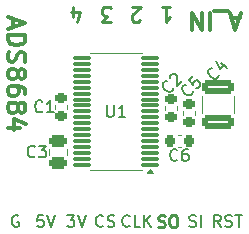
<source format=gto>
G04 #@! TF.GenerationSoftware,KiCad,Pcbnew,8.0.5*
G04 #@! TF.CreationDate,2024-12-14T16:31:39-08:00*
G04 #@! TF.ProjectId,ADS8684 Breakout Board,41445338-3638-4342-9042-7265616b6f75,rev?*
G04 #@! TF.SameCoordinates,Original*
G04 #@! TF.FileFunction,Legend,Top*
G04 #@! TF.FilePolarity,Positive*
%FSLAX46Y46*%
G04 Gerber Fmt 4.6, Leading zero omitted, Abs format (unit mm)*
G04 Created by KiCad (PCBNEW 8.0.5) date 2024-12-14 16:31:39*
%MOMM*%
%LPD*%
G01*
G04 APERTURE LIST*
G04 Aperture macros list*
%AMRoundRect*
0 Rectangle with rounded corners*
0 $1 Rounding radius*
0 $2 $3 $4 $5 $6 $7 $8 $9 X,Y pos of 4 corners*
0 Add a 4 corners polygon primitive as box body*
4,1,4,$2,$3,$4,$5,$6,$7,$8,$9,$2,$3,0*
0 Add four circle primitives for the rounded corners*
1,1,$1+$1,$2,$3*
1,1,$1+$1,$4,$5*
1,1,$1+$1,$6,$7*
1,1,$1+$1,$8,$9*
0 Add four rect primitives between the rounded corners*
20,1,$1+$1,$2,$3,$4,$5,0*
20,1,$1+$1,$4,$5,$6,$7,0*
20,1,$1+$1,$6,$7,$8,$9,0*
20,1,$1+$1,$8,$9,$2,$3,0*%
G04 Aperture macros list end*
%ADD10C,0.200000*%
%ADD11C,0.220000*%
%ADD12C,0.250000*%
%ADD13C,0.300000*%
%ADD14C,0.150000*%
%ADD15C,0.120000*%
%ADD16RoundRect,0.225000X-0.250000X0.225000X-0.250000X-0.225000X0.250000X-0.225000X0.250000X0.225000X0*%
%ADD17RoundRect,0.250000X-1.100000X0.325000X-1.100000X-0.325000X1.100000X-0.325000X1.100000X0.325000X0*%
%ADD18RoundRect,0.075000X0.662500X0.075000X-0.662500X0.075000X-0.662500X-0.075000X0.662500X-0.075000X0*%
%ADD19RoundRect,0.225000X-0.225000X-0.250000X0.225000X-0.250000X0.225000X0.250000X-0.225000X0.250000X0*%
%ADD20RoundRect,0.250000X0.475000X-0.250000X0.475000X0.250000X-0.475000X0.250000X-0.475000X-0.250000X0*%
%ADD21C,1.700000*%
%ADD22O,1.700000X1.700000*%
G04 APERTURE END LIST*
D10*
X44642380Y-44237219D02*
X44309047Y-43761028D01*
X44070952Y-44237219D02*
X44070952Y-43237219D01*
X44070952Y-43237219D02*
X44451904Y-43237219D01*
X44451904Y-43237219D02*
X44547142Y-43284838D01*
X44547142Y-43284838D02*
X44594761Y-43332457D01*
X44594761Y-43332457D02*
X44642380Y-43427695D01*
X44642380Y-43427695D02*
X44642380Y-43570552D01*
X44642380Y-43570552D02*
X44594761Y-43665790D01*
X44594761Y-43665790D02*
X44547142Y-43713409D01*
X44547142Y-43713409D02*
X44451904Y-43761028D01*
X44451904Y-43761028D02*
X44070952Y-43761028D01*
X45023333Y-44189600D02*
X45166190Y-44237219D01*
X45166190Y-44237219D02*
X45404285Y-44237219D01*
X45404285Y-44237219D02*
X45499523Y-44189600D01*
X45499523Y-44189600D02*
X45547142Y-44141980D01*
X45547142Y-44141980D02*
X45594761Y-44046742D01*
X45594761Y-44046742D02*
X45594761Y-43951504D01*
X45594761Y-43951504D02*
X45547142Y-43856266D01*
X45547142Y-43856266D02*
X45499523Y-43808647D01*
X45499523Y-43808647D02*
X45404285Y-43761028D01*
X45404285Y-43761028D02*
X45213809Y-43713409D01*
X45213809Y-43713409D02*
X45118571Y-43665790D01*
X45118571Y-43665790D02*
X45070952Y-43618171D01*
X45070952Y-43618171D02*
X45023333Y-43522933D01*
X45023333Y-43522933D02*
X45023333Y-43427695D01*
X45023333Y-43427695D02*
X45070952Y-43332457D01*
X45070952Y-43332457D02*
X45118571Y-43284838D01*
X45118571Y-43284838D02*
X45213809Y-43237219D01*
X45213809Y-43237219D02*
X45451904Y-43237219D01*
X45451904Y-43237219D02*
X45594761Y-43284838D01*
X45880476Y-43237219D02*
X46451904Y-43237219D01*
X46166190Y-44237219D02*
X46166190Y-43237219D01*
X27511904Y-43284838D02*
X27416666Y-43237219D01*
X27416666Y-43237219D02*
X27273809Y-43237219D01*
X27273809Y-43237219D02*
X27130952Y-43284838D01*
X27130952Y-43284838D02*
X27035714Y-43380076D01*
X27035714Y-43380076D02*
X26988095Y-43475314D01*
X26988095Y-43475314D02*
X26940476Y-43665790D01*
X26940476Y-43665790D02*
X26940476Y-43808647D01*
X26940476Y-43808647D02*
X26988095Y-43999123D01*
X26988095Y-43999123D02*
X27035714Y-44094361D01*
X27035714Y-44094361D02*
X27130952Y-44189600D01*
X27130952Y-44189600D02*
X27273809Y-44237219D01*
X27273809Y-44237219D02*
X27369047Y-44237219D01*
X27369047Y-44237219D02*
X27511904Y-44189600D01*
X27511904Y-44189600D02*
X27559523Y-44141980D01*
X27559523Y-44141980D02*
X27559523Y-43808647D01*
X27559523Y-43808647D02*
X27369047Y-43808647D01*
D11*
X39360949Y-44213460D02*
X39503806Y-44261079D01*
X39503806Y-44261079D02*
X39741901Y-44261079D01*
X39741901Y-44261079D02*
X39837139Y-44213460D01*
X39837139Y-44213460D02*
X39884758Y-44165840D01*
X39884758Y-44165840D02*
X39932377Y-44070602D01*
X39932377Y-44070602D02*
X39932377Y-43975364D01*
X39932377Y-43975364D02*
X39884758Y-43880126D01*
X39884758Y-43880126D02*
X39837139Y-43832507D01*
X39837139Y-43832507D02*
X39741901Y-43784888D01*
X39741901Y-43784888D02*
X39551425Y-43737269D01*
X39551425Y-43737269D02*
X39456187Y-43689650D01*
X39456187Y-43689650D02*
X39408568Y-43642031D01*
X39408568Y-43642031D02*
X39360949Y-43546793D01*
X39360949Y-43546793D02*
X39360949Y-43451555D01*
X39360949Y-43451555D02*
X39408568Y-43356317D01*
X39408568Y-43356317D02*
X39456187Y-43308698D01*
X39456187Y-43308698D02*
X39551425Y-43261079D01*
X39551425Y-43261079D02*
X39789520Y-43261079D01*
X39789520Y-43261079D02*
X39932377Y-43308698D01*
X40551425Y-43261079D02*
X40741901Y-43261079D01*
X40741901Y-43261079D02*
X40837139Y-43308698D01*
X40837139Y-43308698D02*
X40932377Y-43403936D01*
X40932377Y-43403936D02*
X40979996Y-43594412D01*
X40979996Y-43594412D02*
X40979996Y-43927745D01*
X40979996Y-43927745D02*
X40932377Y-44118221D01*
X40932377Y-44118221D02*
X40837139Y-44213460D01*
X40837139Y-44213460D02*
X40741901Y-44261079D01*
X40741901Y-44261079D02*
X40551425Y-44261079D01*
X40551425Y-44261079D02*
X40456187Y-44213460D01*
X40456187Y-44213460D02*
X40360949Y-44118221D01*
X40360949Y-44118221D02*
X40313330Y-43927745D01*
X40313330Y-43927745D02*
X40313330Y-43594412D01*
X40313330Y-43594412D02*
X40360949Y-43403936D01*
X40360949Y-43403936D02*
X40456187Y-43308698D01*
X40456187Y-43308698D02*
X40551425Y-43261079D01*
D10*
X29629523Y-43237219D02*
X29153333Y-43237219D01*
X29153333Y-43237219D02*
X29105714Y-43713409D01*
X29105714Y-43713409D02*
X29153333Y-43665790D01*
X29153333Y-43665790D02*
X29248571Y-43618171D01*
X29248571Y-43618171D02*
X29486666Y-43618171D01*
X29486666Y-43618171D02*
X29581904Y-43665790D01*
X29581904Y-43665790D02*
X29629523Y-43713409D01*
X29629523Y-43713409D02*
X29677142Y-43808647D01*
X29677142Y-43808647D02*
X29677142Y-44046742D01*
X29677142Y-44046742D02*
X29629523Y-44141980D01*
X29629523Y-44141980D02*
X29581904Y-44189600D01*
X29581904Y-44189600D02*
X29486666Y-44237219D01*
X29486666Y-44237219D02*
X29248571Y-44237219D01*
X29248571Y-44237219D02*
X29153333Y-44189600D01*
X29153333Y-44189600D02*
X29105714Y-44141980D01*
X29962857Y-43237219D02*
X30296190Y-44237219D01*
X30296190Y-44237219D02*
X30629523Y-43237219D01*
D12*
X32151904Y-26439309D02*
X32151904Y-25605976D01*
X32449523Y-26915500D02*
X32747142Y-26022642D01*
X32747142Y-26022642D02*
X31973333Y-26022642D01*
D13*
X27043742Y-26645082D02*
X27043742Y-27359368D01*
X26615171Y-26502225D02*
X28115171Y-27002225D01*
X28115171Y-27002225D02*
X26615171Y-27502225D01*
X26615171Y-28002224D02*
X28115171Y-28002224D01*
X28115171Y-28002224D02*
X28115171Y-28359367D01*
X28115171Y-28359367D02*
X28043742Y-28573653D01*
X28043742Y-28573653D02*
X27900885Y-28716510D01*
X27900885Y-28716510D02*
X27758028Y-28787939D01*
X27758028Y-28787939D02*
X27472314Y-28859367D01*
X27472314Y-28859367D02*
X27258028Y-28859367D01*
X27258028Y-28859367D02*
X26972314Y-28787939D01*
X26972314Y-28787939D02*
X26829457Y-28716510D01*
X26829457Y-28716510D02*
X26686600Y-28573653D01*
X26686600Y-28573653D02*
X26615171Y-28359367D01*
X26615171Y-28359367D02*
X26615171Y-28002224D01*
X26686600Y-29430796D02*
X26615171Y-29645082D01*
X26615171Y-29645082D02*
X26615171Y-30002224D01*
X26615171Y-30002224D02*
X26686600Y-30145082D01*
X26686600Y-30145082D02*
X26758028Y-30216510D01*
X26758028Y-30216510D02*
X26900885Y-30287939D01*
X26900885Y-30287939D02*
X27043742Y-30287939D01*
X27043742Y-30287939D02*
X27186600Y-30216510D01*
X27186600Y-30216510D02*
X27258028Y-30145082D01*
X27258028Y-30145082D02*
X27329457Y-30002224D01*
X27329457Y-30002224D02*
X27400885Y-29716510D01*
X27400885Y-29716510D02*
X27472314Y-29573653D01*
X27472314Y-29573653D02*
X27543742Y-29502224D01*
X27543742Y-29502224D02*
X27686600Y-29430796D01*
X27686600Y-29430796D02*
X27829457Y-29430796D01*
X27829457Y-29430796D02*
X27972314Y-29502224D01*
X27972314Y-29502224D02*
X28043742Y-29573653D01*
X28043742Y-29573653D02*
X28115171Y-29716510D01*
X28115171Y-29716510D02*
X28115171Y-30073653D01*
X28115171Y-30073653D02*
X28043742Y-30287939D01*
X27472314Y-31145081D02*
X27543742Y-31002224D01*
X27543742Y-31002224D02*
X27615171Y-30930795D01*
X27615171Y-30930795D02*
X27758028Y-30859367D01*
X27758028Y-30859367D02*
X27829457Y-30859367D01*
X27829457Y-30859367D02*
X27972314Y-30930795D01*
X27972314Y-30930795D02*
X28043742Y-31002224D01*
X28043742Y-31002224D02*
X28115171Y-31145081D01*
X28115171Y-31145081D02*
X28115171Y-31430795D01*
X28115171Y-31430795D02*
X28043742Y-31573653D01*
X28043742Y-31573653D02*
X27972314Y-31645081D01*
X27972314Y-31645081D02*
X27829457Y-31716510D01*
X27829457Y-31716510D02*
X27758028Y-31716510D01*
X27758028Y-31716510D02*
X27615171Y-31645081D01*
X27615171Y-31645081D02*
X27543742Y-31573653D01*
X27543742Y-31573653D02*
X27472314Y-31430795D01*
X27472314Y-31430795D02*
X27472314Y-31145081D01*
X27472314Y-31145081D02*
X27400885Y-31002224D01*
X27400885Y-31002224D02*
X27329457Y-30930795D01*
X27329457Y-30930795D02*
X27186600Y-30859367D01*
X27186600Y-30859367D02*
X26900885Y-30859367D01*
X26900885Y-30859367D02*
X26758028Y-30930795D01*
X26758028Y-30930795D02*
X26686600Y-31002224D01*
X26686600Y-31002224D02*
X26615171Y-31145081D01*
X26615171Y-31145081D02*
X26615171Y-31430795D01*
X26615171Y-31430795D02*
X26686600Y-31573653D01*
X26686600Y-31573653D02*
X26758028Y-31645081D01*
X26758028Y-31645081D02*
X26900885Y-31716510D01*
X26900885Y-31716510D02*
X27186600Y-31716510D01*
X27186600Y-31716510D02*
X27329457Y-31645081D01*
X27329457Y-31645081D02*
X27400885Y-31573653D01*
X27400885Y-31573653D02*
X27472314Y-31430795D01*
X28115171Y-33002224D02*
X28115171Y-32716509D01*
X28115171Y-32716509D02*
X28043742Y-32573652D01*
X28043742Y-32573652D02*
X27972314Y-32502224D01*
X27972314Y-32502224D02*
X27758028Y-32359366D01*
X27758028Y-32359366D02*
X27472314Y-32287938D01*
X27472314Y-32287938D02*
X26900885Y-32287938D01*
X26900885Y-32287938D02*
X26758028Y-32359366D01*
X26758028Y-32359366D02*
X26686600Y-32430795D01*
X26686600Y-32430795D02*
X26615171Y-32573652D01*
X26615171Y-32573652D02*
X26615171Y-32859366D01*
X26615171Y-32859366D02*
X26686600Y-33002224D01*
X26686600Y-33002224D02*
X26758028Y-33073652D01*
X26758028Y-33073652D02*
X26900885Y-33145081D01*
X26900885Y-33145081D02*
X27258028Y-33145081D01*
X27258028Y-33145081D02*
X27400885Y-33073652D01*
X27400885Y-33073652D02*
X27472314Y-33002224D01*
X27472314Y-33002224D02*
X27543742Y-32859366D01*
X27543742Y-32859366D02*
X27543742Y-32573652D01*
X27543742Y-32573652D02*
X27472314Y-32430795D01*
X27472314Y-32430795D02*
X27400885Y-32359366D01*
X27400885Y-32359366D02*
X27258028Y-32287938D01*
X27472314Y-34002223D02*
X27543742Y-33859366D01*
X27543742Y-33859366D02*
X27615171Y-33787937D01*
X27615171Y-33787937D02*
X27758028Y-33716509D01*
X27758028Y-33716509D02*
X27829457Y-33716509D01*
X27829457Y-33716509D02*
X27972314Y-33787937D01*
X27972314Y-33787937D02*
X28043742Y-33859366D01*
X28043742Y-33859366D02*
X28115171Y-34002223D01*
X28115171Y-34002223D02*
X28115171Y-34287937D01*
X28115171Y-34287937D02*
X28043742Y-34430795D01*
X28043742Y-34430795D02*
X27972314Y-34502223D01*
X27972314Y-34502223D02*
X27829457Y-34573652D01*
X27829457Y-34573652D02*
X27758028Y-34573652D01*
X27758028Y-34573652D02*
X27615171Y-34502223D01*
X27615171Y-34502223D02*
X27543742Y-34430795D01*
X27543742Y-34430795D02*
X27472314Y-34287937D01*
X27472314Y-34287937D02*
X27472314Y-34002223D01*
X27472314Y-34002223D02*
X27400885Y-33859366D01*
X27400885Y-33859366D02*
X27329457Y-33787937D01*
X27329457Y-33787937D02*
X27186600Y-33716509D01*
X27186600Y-33716509D02*
X26900885Y-33716509D01*
X26900885Y-33716509D02*
X26758028Y-33787937D01*
X26758028Y-33787937D02*
X26686600Y-33859366D01*
X26686600Y-33859366D02*
X26615171Y-34002223D01*
X26615171Y-34002223D02*
X26615171Y-34287937D01*
X26615171Y-34287937D02*
X26686600Y-34430795D01*
X26686600Y-34430795D02*
X26758028Y-34502223D01*
X26758028Y-34502223D02*
X26900885Y-34573652D01*
X26900885Y-34573652D02*
X27186600Y-34573652D01*
X27186600Y-34573652D02*
X27329457Y-34502223D01*
X27329457Y-34502223D02*
X27400885Y-34430795D01*
X27400885Y-34430795D02*
X27472314Y-34287937D01*
X27615171Y-35859366D02*
X26615171Y-35859366D01*
X28186600Y-35502223D02*
X27115171Y-35145080D01*
X27115171Y-35145080D02*
X27115171Y-36073651D01*
X46252917Y-26535742D02*
X45538632Y-26535742D01*
X46395774Y-26107171D02*
X45895774Y-27607171D01*
X45895774Y-27607171D02*
X45395774Y-26107171D01*
X45252918Y-25964314D02*
X44110060Y-25964314D01*
X43752918Y-26107171D02*
X43752918Y-27607171D01*
X43038632Y-26107171D02*
X43038632Y-27607171D01*
X43038632Y-27607171D02*
X42181489Y-26107171D01*
X42181489Y-26107171D02*
X42181489Y-27607171D01*
D12*
X35376666Y-26855976D02*
X34602857Y-26855976D01*
X34602857Y-26855976D02*
X35019523Y-26379785D01*
X35019523Y-26379785D02*
X34840952Y-26379785D01*
X34840952Y-26379785D02*
X34721904Y-26320261D01*
X34721904Y-26320261D02*
X34662380Y-26260738D01*
X34662380Y-26260738D02*
X34602857Y-26141690D01*
X34602857Y-26141690D02*
X34602857Y-25844071D01*
X34602857Y-25844071D02*
X34662380Y-25725023D01*
X34662380Y-25725023D02*
X34721904Y-25665500D01*
X34721904Y-25665500D02*
X34840952Y-25605976D01*
X34840952Y-25605976D02*
X35198095Y-25605976D01*
X35198095Y-25605976D02*
X35317142Y-25665500D01*
X35317142Y-25665500D02*
X35376666Y-25725023D01*
D10*
X41992853Y-44189600D02*
X42135710Y-44237219D01*
X42135710Y-44237219D02*
X42373805Y-44237219D01*
X42373805Y-44237219D02*
X42469043Y-44189600D01*
X42469043Y-44189600D02*
X42516662Y-44141980D01*
X42516662Y-44141980D02*
X42564281Y-44046742D01*
X42564281Y-44046742D02*
X42564281Y-43951504D01*
X42564281Y-43951504D02*
X42516662Y-43856266D01*
X42516662Y-43856266D02*
X42469043Y-43808647D01*
X42469043Y-43808647D02*
X42373805Y-43761028D01*
X42373805Y-43761028D02*
X42183329Y-43713409D01*
X42183329Y-43713409D02*
X42088091Y-43665790D01*
X42088091Y-43665790D02*
X42040472Y-43618171D01*
X42040472Y-43618171D02*
X41992853Y-43522933D01*
X41992853Y-43522933D02*
X41992853Y-43427695D01*
X41992853Y-43427695D02*
X42040472Y-43332457D01*
X42040472Y-43332457D02*
X42088091Y-43284838D01*
X42088091Y-43284838D02*
X42183329Y-43237219D01*
X42183329Y-43237219D02*
X42421424Y-43237219D01*
X42421424Y-43237219D02*
X42564281Y-43284838D01*
X42992853Y-44237219D02*
X42992853Y-43237219D01*
X31648095Y-43247219D02*
X32267142Y-43247219D01*
X32267142Y-43247219D02*
X31933809Y-43628171D01*
X31933809Y-43628171D02*
X32076666Y-43628171D01*
X32076666Y-43628171D02*
X32171904Y-43675790D01*
X32171904Y-43675790D02*
X32219523Y-43723409D01*
X32219523Y-43723409D02*
X32267142Y-43818647D01*
X32267142Y-43818647D02*
X32267142Y-44056742D01*
X32267142Y-44056742D02*
X32219523Y-44151980D01*
X32219523Y-44151980D02*
X32171904Y-44199600D01*
X32171904Y-44199600D02*
X32076666Y-44247219D01*
X32076666Y-44247219D02*
X31790952Y-44247219D01*
X31790952Y-44247219D02*
X31695714Y-44199600D01*
X31695714Y-44199600D02*
X31648095Y-44151980D01*
X32552857Y-43247219D02*
X32886190Y-44247219D01*
X32886190Y-44247219D02*
X33219523Y-43247219D01*
D12*
X39682857Y-25605976D02*
X40397142Y-25605976D01*
X40039999Y-25605976D02*
X40039999Y-26855976D01*
X40039999Y-26855976D02*
X40159047Y-26677404D01*
X40159047Y-26677404D02*
X40278095Y-26558357D01*
X40278095Y-26558357D02*
X40397142Y-26498833D01*
D10*
X36934761Y-44141980D02*
X36887142Y-44189600D01*
X36887142Y-44189600D02*
X36744285Y-44237219D01*
X36744285Y-44237219D02*
X36649047Y-44237219D01*
X36649047Y-44237219D02*
X36506190Y-44189600D01*
X36506190Y-44189600D02*
X36410952Y-44094361D01*
X36410952Y-44094361D02*
X36363333Y-43999123D01*
X36363333Y-43999123D02*
X36315714Y-43808647D01*
X36315714Y-43808647D02*
X36315714Y-43665790D01*
X36315714Y-43665790D02*
X36363333Y-43475314D01*
X36363333Y-43475314D02*
X36410952Y-43380076D01*
X36410952Y-43380076D02*
X36506190Y-43284838D01*
X36506190Y-43284838D02*
X36649047Y-43237219D01*
X36649047Y-43237219D02*
X36744285Y-43237219D01*
X36744285Y-43237219D02*
X36887142Y-43284838D01*
X36887142Y-43284838D02*
X36934761Y-43332457D01*
X37839523Y-44237219D02*
X37363333Y-44237219D01*
X37363333Y-44237219D02*
X37363333Y-43237219D01*
X38172857Y-44237219D02*
X38172857Y-43237219D01*
X38744285Y-44237219D02*
X38315714Y-43665790D01*
X38744285Y-43237219D02*
X38172857Y-43808647D01*
X34683333Y-44141980D02*
X34635714Y-44189600D01*
X34635714Y-44189600D02*
X34492857Y-44237219D01*
X34492857Y-44237219D02*
X34397619Y-44237219D01*
X34397619Y-44237219D02*
X34254762Y-44189600D01*
X34254762Y-44189600D02*
X34159524Y-44094361D01*
X34159524Y-44094361D02*
X34111905Y-43999123D01*
X34111905Y-43999123D02*
X34064286Y-43808647D01*
X34064286Y-43808647D02*
X34064286Y-43665790D01*
X34064286Y-43665790D02*
X34111905Y-43475314D01*
X34111905Y-43475314D02*
X34159524Y-43380076D01*
X34159524Y-43380076D02*
X34254762Y-43284838D01*
X34254762Y-43284838D02*
X34397619Y-43237219D01*
X34397619Y-43237219D02*
X34492857Y-43237219D01*
X34492857Y-43237219D02*
X34635714Y-43284838D01*
X34635714Y-43284838D02*
X34683333Y-43332457D01*
X35064286Y-44189600D02*
X35207143Y-44237219D01*
X35207143Y-44237219D02*
X35445238Y-44237219D01*
X35445238Y-44237219D02*
X35540476Y-44189600D01*
X35540476Y-44189600D02*
X35588095Y-44141980D01*
X35588095Y-44141980D02*
X35635714Y-44046742D01*
X35635714Y-44046742D02*
X35635714Y-43951504D01*
X35635714Y-43951504D02*
X35588095Y-43856266D01*
X35588095Y-43856266D02*
X35540476Y-43808647D01*
X35540476Y-43808647D02*
X35445238Y-43761028D01*
X35445238Y-43761028D02*
X35254762Y-43713409D01*
X35254762Y-43713409D02*
X35159524Y-43665790D01*
X35159524Y-43665790D02*
X35111905Y-43618171D01*
X35111905Y-43618171D02*
X35064286Y-43522933D01*
X35064286Y-43522933D02*
X35064286Y-43427695D01*
X35064286Y-43427695D02*
X35111905Y-43332457D01*
X35111905Y-43332457D02*
X35159524Y-43284838D01*
X35159524Y-43284838D02*
X35254762Y-43237219D01*
X35254762Y-43237219D02*
X35492857Y-43237219D01*
X35492857Y-43237219D02*
X35635714Y-43284838D01*
D12*
X37817142Y-26736928D02*
X37757618Y-26796452D01*
X37757618Y-26796452D02*
X37638571Y-26855976D01*
X37638571Y-26855976D02*
X37340952Y-26855976D01*
X37340952Y-26855976D02*
X37221904Y-26796452D01*
X37221904Y-26796452D02*
X37162380Y-26736928D01*
X37162380Y-26736928D02*
X37102857Y-26617880D01*
X37102857Y-26617880D02*
X37102857Y-26498833D01*
X37102857Y-26498833D02*
X37162380Y-26320261D01*
X37162380Y-26320261D02*
X37876666Y-25605976D01*
X37876666Y-25605976D02*
X37102857Y-25605976D01*
D14*
X42296411Y-32774612D02*
X42296411Y-32841956D01*
X42296411Y-32841956D02*
X42229067Y-32976643D01*
X42229067Y-32976643D02*
X42161724Y-33043986D01*
X42161724Y-33043986D02*
X42027037Y-33111330D01*
X42027037Y-33111330D02*
X41892350Y-33111330D01*
X41892350Y-33111330D02*
X41791335Y-33077658D01*
X41791335Y-33077658D02*
X41622976Y-32976643D01*
X41622976Y-32976643D02*
X41521961Y-32875628D01*
X41521961Y-32875628D02*
X41420945Y-32707269D01*
X41420945Y-32707269D02*
X41387274Y-32606254D01*
X41387274Y-32606254D02*
X41387274Y-32471567D01*
X41387274Y-32471567D02*
X41454617Y-32336880D01*
X41454617Y-32336880D02*
X41521961Y-32269536D01*
X41521961Y-32269536D02*
X41656648Y-32202193D01*
X41656648Y-32202193D02*
X41723991Y-32202193D01*
X42296411Y-31495086D02*
X41959693Y-31831803D01*
X41959693Y-31831803D02*
X42262739Y-32202193D01*
X42262739Y-32202193D02*
X42262739Y-32134849D01*
X42262739Y-32134849D02*
X42296411Y-32033834D01*
X42296411Y-32033834D02*
X42464770Y-31865475D01*
X42464770Y-31865475D02*
X42565785Y-31831803D01*
X42565785Y-31831803D02*
X42633128Y-31831803D01*
X42633128Y-31831803D02*
X42734144Y-31865475D01*
X42734144Y-31865475D02*
X42902502Y-32033834D01*
X42902502Y-32033834D02*
X42936174Y-32134849D01*
X42936174Y-32134849D02*
X42936174Y-32202193D01*
X42936174Y-32202193D02*
X42902502Y-32303208D01*
X42902502Y-32303208D02*
X42734144Y-32471567D01*
X42734144Y-32471567D02*
X42633128Y-32505238D01*
X42633128Y-32505238D02*
X42565785Y-32505238D01*
X29543333Y-34442080D02*
X29495714Y-34489700D01*
X29495714Y-34489700D02*
X29352857Y-34537319D01*
X29352857Y-34537319D02*
X29257619Y-34537319D01*
X29257619Y-34537319D02*
X29114762Y-34489700D01*
X29114762Y-34489700D02*
X29019524Y-34394461D01*
X29019524Y-34394461D02*
X28971905Y-34299223D01*
X28971905Y-34299223D02*
X28924286Y-34108747D01*
X28924286Y-34108747D02*
X28924286Y-33965890D01*
X28924286Y-33965890D02*
X28971905Y-33775414D01*
X28971905Y-33775414D02*
X29019524Y-33680176D01*
X29019524Y-33680176D02*
X29114762Y-33584938D01*
X29114762Y-33584938D02*
X29257619Y-33537319D01*
X29257619Y-33537319D02*
X29352857Y-33537319D01*
X29352857Y-33537319D02*
X29495714Y-33584938D01*
X29495714Y-33584938D02*
X29543333Y-33632557D01*
X30495714Y-34537319D02*
X29924286Y-34537319D01*
X30210000Y-34537319D02*
X30210000Y-33537319D01*
X30210000Y-33537319D02*
X30114762Y-33680176D01*
X30114762Y-33680176D02*
X30019524Y-33775414D01*
X30019524Y-33775414D02*
X29924286Y-33823033D01*
X40646411Y-32474612D02*
X40646411Y-32541956D01*
X40646411Y-32541956D02*
X40579067Y-32676643D01*
X40579067Y-32676643D02*
X40511724Y-32743986D01*
X40511724Y-32743986D02*
X40377037Y-32811330D01*
X40377037Y-32811330D02*
X40242350Y-32811330D01*
X40242350Y-32811330D02*
X40141335Y-32777658D01*
X40141335Y-32777658D02*
X39972976Y-32676643D01*
X39972976Y-32676643D02*
X39871961Y-32575628D01*
X39871961Y-32575628D02*
X39770945Y-32407269D01*
X39770945Y-32407269D02*
X39737274Y-32306254D01*
X39737274Y-32306254D02*
X39737274Y-32171567D01*
X39737274Y-32171567D02*
X39804617Y-32036880D01*
X39804617Y-32036880D02*
X39871961Y-31969536D01*
X39871961Y-31969536D02*
X40006648Y-31902193D01*
X40006648Y-31902193D02*
X40073991Y-31902193D01*
X40343365Y-31632819D02*
X40343365Y-31565475D01*
X40343365Y-31565475D02*
X40377037Y-31464460D01*
X40377037Y-31464460D02*
X40545396Y-31296101D01*
X40545396Y-31296101D02*
X40646411Y-31262429D01*
X40646411Y-31262429D02*
X40713754Y-31262429D01*
X40713754Y-31262429D02*
X40814770Y-31296101D01*
X40814770Y-31296101D02*
X40882113Y-31363445D01*
X40882113Y-31363445D02*
X40949457Y-31498132D01*
X40949457Y-31498132D02*
X40949457Y-32306254D01*
X40949457Y-32306254D02*
X41387189Y-31868521D01*
X44506411Y-31344612D02*
X44506411Y-31411956D01*
X44506411Y-31411956D02*
X44439067Y-31546643D01*
X44439067Y-31546643D02*
X44371724Y-31613986D01*
X44371724Y-31613986D02*
X44237037Y-31681330D01*
X44237037Y-31681330D02*
X44102350Y-31681330D01*
X44102350Y-31681330D02*
X44001335Y-31647658D01*
X44001335Y-31647658D02*
X43832976Y-31546643D01*
X43832976Y-31546643D02*
X43731961Y-31445628D01*
X43731961Y-31445628D02*
X43630945Y-31277269D01*
X43630945Y-31277269D02*
X43597274Y-31176254D01*
X43597274Y-31176254D02*
X43597274Y-31041567D01*
X43597274Y-31041567D02*
X43664617Y-30906880D01*
X43664617Y-30906880D02*
X43731961Y-30839536D01*
X43731961Y-30839536D02*
X43866648Y-30772193D01*
X43866648Y-30772193D02*
X43933991Y-30772193D01*
X44708441Y-30334460D02*
X45179846Y-30805864D01*
X44270709Y-30233445D02*
X44607426Y-30906880D01*
X44607426Y-30906880D02*
X45045159Y-30469147D01*
X35008095Y-33917319D02*
X35008095Y-34726842D01*
X35008095Y-34726842D02*
X35055714Y-34822080D01*
X35055714Y-34822080D02*
X35103333Y-34869700D01*
X35103333Y-34869700D02*
X35198571Y-34917319D01*
X35198571Y-34917319D02*
X35389047Y-34917319D01*
X35389047Y-34917319D02*
X35484285Y-34869700D01*
X35484285Y-34869700D02*
X35531904Y-34822080D01*
X35531904Y-34822080D02*
X35579523Y-34726842D01*
X35579523Y-34726842D02*
X35579523Y-33917319D01*
X36579523Y-34917319D02*
X36008095Y-34917319D01*
X36293809Y-34917319D02*
X36293809Y-33917319D01*
X36293809Y-33917319D02*
X36198571Y-34060176D01*
X36198571Y-34060176D02*
X36103333Y-34155414D01*
X36103333Y-34155414D02*
X36008095Y-34203033D01*
X40983333Y-38572080D02*
X40935714Y-38619700D01*
X40935714Y-38619700D02*
X40792857Y-38667319D01*
X40792857Y-38667319D02*
X40697619Y-38667319D01*
X40697619Y-38667319D02*
X40554762Y-38619700D01*
X40554762Y-38619700D02*
X40459524Y-38524461D01*
X40459524Y-38524461D02*
X40411905Y-38429223D01*
X40411905Y-38429223D02*
X40364286Y-38238747D01*
X40364286Y-38238747D02*
X40364286Y-38095890D01*
X40364286Y-38095890D02*
X40411905Y-37905414D01*
X40411905Y-37905414D02*
X40459524Y-37810176D01*
X40459524Y-37810176D02*
X40554762Y-37714938D01*
X40554762Y-37714938D02*
X40697619Y-37667319D01*
X40697619Y-37667319D02*
X40792857Y-37667319D01*
X40792857Y-37667319D02*
X40935714Y-37714938D01*
X40935714Y-37714938D02*
X40983333Y-37762557D01*
X41840476Y-37667319D02*
X41650000Y-37667319D01*
X41650000Y-37667319D02*
X41554762Y-37714938D01*
X41554762Y-37714938D02*
X41507143Y-37762557D01*
X41507143Y-37762557D02*
X41411905Y-37905414D01*
X41411905Y-37905414D02*
X41364286Y-38095890D01*
X41364286Y-38095890D02*
X41364286Y-38476842D01*
X41364286Y-38476842D02*
X41411905Y-38572080D01*
X41411905Y-38572080D02*
X41459524Y-38619700D01*
X41459524Y-38619700D02*
X41554762Y-38667319D01*
X41554762Y-38667319D02*
X41745238Y-38667319D01*
X41745238Y-38667319D02*
X41840476Y-38619700D01*
X41840476Y-38619700D02*
X41888095Y-38572080D01*
X41888095Y-38572080D02*
X41935714Y-38476842D01*
X41935714Y-38476842D02*
X41935714Y-38238747D01*
X41935714Y-38238747D02*
X41888095Y-38143509D01*
X41888095Y-38143509D02*
X41840476Y-38095890D01*
X41840476Y-38095890D02*
X41745238Y-38048271D01*
X41745238Y-38048271D02*
X41554762Y-38048271D01*
X41554762Y-38048271D02*
X41459524Y-38095890D01*
X41459524Y-38095890D02*
X41411905Y-38143509D01*
X41411905Y-38143509D02*
X41364286Y-38238747D01*
X28923333Y-38262080D02*
X28875714Y-38309700D01*
X28875714Y-38309700D02*
X28732857Y-38357319D01*
X28732857Y-38357319D02*
X28637619Y-38357319D01*
X28637619Y-38357319D02*
X28494762Y-38309700D01*
X28494762Y-38309700D02*
X28399524Y-38214461D01*
X28399524Y-38214461D02*
X28351905Y-38119223D01*
X28351905Y-38119223D02*
X28304286Y-37928747D01*
X28304286Y-37928747D02*
X28304286Y-37785890D01*
X28304286Y-37785890D02*
X28351905Y-37595414D01*
X28351905Y-37595414D02*
X28399524Y-37500176D01*
X28399524Y-37500176D02*
X28494762Y-37404938D01*
X28494762Y-37404938D02*
X28637619Y-37357319D01*
X28637619Y-37357319D02*
X28732857Y-37357319D01*
X28732857Y-37357319D02*
X28875714Y-37404938D01*
X28875714Y-37404938D02*
X28923333Y-37452557D01*
X29256667Y-37357319D02*
X29875714Y-37357319D01*
X29875714Y-37357319D02*
X29542381Y-37738271D01*
X29542381Y-37738271D02*
X29685238Y-37738271D01*
X29685238Y-37738271D02*
X29780476Y-37785890D01*
X29780476Y-37785890D02*
X29828095Y-37833509D01*
X29828095Y-37833509D02*
X29875714Y-37928747D01*
X29875714Y-37928747D02*
X29875714Y-38166842D01*
X29875714Y-38166842D02*
X29828095Y-38262080D01*
X29828095Y-38262080D02*
X29780476Y-38309700D01*
X29780476Y-38309700D02*
X29685238Y-38357319D01*
X29685238Y-38357319D02*
X29399524Y-38357319D01*
X29399524Y-38357319D02*
X29304286Y-38309700D01*
X29304286Y-38309700D02*
X29256667Y-38262080D01*
D15*
X41480000Y-34461919D02*
X41480000Y-34743081D01*
X42500000Y-34461919D02*
X42500000Y-34743081D01*
X30590000Y-33941919D02*
X30590000Y-34223081D01*
X31610000Y-33941919D02*
X31610000Y-34223081D01*
X39930000Y-34041919D02*
X39930000Y-34323081D01*
X40950000Y-34041919D02*
X40950000Y-34323081D01*
X43040000Y-33171248D02*
X43040000Y-34593752D01*
X45760000Y-33171248D02*
X45760000Y-34593752D01*
X35770000Y-29502499D02*
X33570000Y-29502499D01*
X35770000Y-29502499D02*
X37970000Y-29502499D01*
X35770000Y-39422501D02*
X33570000Y-39422501D01*
X35770000Y-39422501D02*
X37970000Y-39422501D01*
X38910000Y-39702500D02*
X38430001Y-39702500D01*
X38670000Y-39372500D01*
X38910000Y-39702500D01*
G36*
X38910000Y-39702500D02*
G01*
X38430001Y-39702500D01*
X38670000Y-39372500D01*
X38910000Y-39702500D01*
G37*
X41024420Y-36482500D02*
X41305580Y-36482500D01*
X41024420Y-37502500D02*
X41305580Y-37502500D01*
X30145000Y-38173752D02*
X30145000Y-37651246D01*
X31615000Y-38173752D02*
X31615000Y-37651246D01*
%LPC*%
D16*
X41990000Y-33827500D03*
X41990000Y-35377500D03*
X31100000Y-33307500D03*
X31100000Y-34857500D03*
X40440000Y-33407500D03*
X40440000Y-34957500D03*
D17*
X44400000Y-32407499D03*
X44400000Y-35357501D03*
D18*
X38632500Y-38962500D03*
X38632500Y-38462500D03*
X38632500Y-37962500D03*
X38632500Y-37462500D03*
X38632500Y-36962500D03*
X38632500Y-36462500D03*
X38632500Y-35962500D03*
X38632500Y-35462500D03*
X38632500Y-34962500D03*
X38632500Y-34462500D03*
X38632500Y-33962500D03*
X38632500Y-33462500D03*
X38632500Y-32962500D03*
X38632500Y-32462500D03*
X38632500Y-31962500D03*
X38632500Y-31462500D03*
X38632500Y-30962500D03*
X38632500Y-30462500D03*
X38632500Y-29962500D03*
X32907500Y-29962500D03*
X32907500Y-30462500D03*
X32907500Y-30962500D03*
X32907500Y-31462500D03*
X32907500Y-31962500D03*
X32907500Y-32462500D03*
X32907500Y-32962500D03*
X32907500Y-33462500D03*
X32907500Y-33962500D03*
X32907500Y-34462500D03*
X32907500Y-34962500D03*
X32907500Y-35462500D03*
X32907500Y-35962500D03*
X32907500Y-36462500D03*
X32907500Y-36962500D03*
X32907500Y-37462500D03*
X32907500Y-37962500D03*
X32907500Y-38462500D03*
X32907500Y-38962500D03*
D19*
X40390000Y-36992500D03*
X41940000Y-36992500D03*
D20*
X30880000Y-38862498D03*
X30880000Y-36962500D03*
D21*
X45085000Y-41910000D03*
D22*
X42545000Y-41910000D03*
X40005001Y-41910000D03*
X37465000Y-41910000D03*
X34925000Y-41910000D03*
X32385000Y-41910000D03*
X29845000Y-41910000D03*
X27304999Y-41910000D03*
D21*
X32385000Y-27940000D03*
D22*
X34924999Y-27940000D03*
X37464999Y-27940000D03*
X40005000Y-27940000D03*
%LPD*%
M02*

</source>
